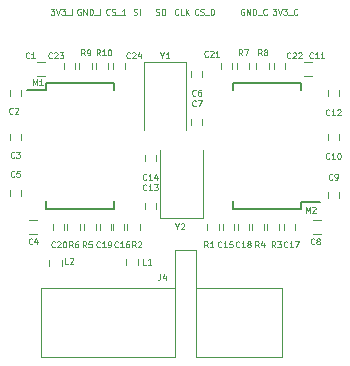
<source format=gto>
G04 #@! TF.GenerationSoftware,KiCad,Pcbnew,(2017-06-19 revision 6733101c6)-makepkg*
G04 #@! TF.CreationDate,2017-10-16T02:16:10+10:30*
G04 #@! TF.ProjectId,din_meter_atm90e26,64696E5F6D657465725F61746D393065,rev?*
G04 #@! TF.SameCoordinates,Original
G04 #@! TF.FileFunction,Legend,Top*
G04 #@! TF.FilePolarity,Positive*
%FSLAX46Y46*%
G04 Gerber Fmt 4.6, Leading zero omitted, Abs format (unit mm)*
G04 Created by KiCad (PCBNEW (2017-06-19 revision 6733101c6)-makepkg) date 10/16/17 02:16:10*
%MOMM*%
%LPD*%
G01*
G04 APERTURE LIST*
%ADD10C,0.100000*%
%ADD11C,0.120000*%
%ADD12C,0.150000*%
%ADD13C,0.125000*%
G04 APERTURE END LIST*
D10*
X135596428Y-59289190D02*
X135905952Y-59289190D01*
X135739285Y-59479666D01*
X135810714Y-59479666D01*
X135858333Y-59503476D01*
X135882142Y-59527285D01*
X135905952Y-59574904D01*
X135905952Y-59693952D01*
X135882142Y-59741571D01*
X135858333Y-59765380D01*
X135810714Y-59789190D01*
X135667857Y-59789190D01*
X135620238Y-59765380D01*
X135596428Y-59741571D01*
X136048809Y-59289190D02*
X136215476Y-59789190D01*
X136382142Y-59289190D01*
X136501190Y-59289190D02*
X136810714Y-59289190D01*
X136644047Y-59479666D01*
X136715476Y-59479666D01*
X136763095Y-59503476D01*
X136786904Y-59527285D01*
X136810714Y-59574904D01*
X136810714Y-59693952D01*
X136786904Y-59741571D01*
X136763095Y-59765380D01*
X136715476Y-59789190D01*
X136572619Y-59789190D01*
X136525000Y-59765380D01*
X136501190Y-59741571D01*
X136905952Y-59836809D02*
X137286904Y-59836809D01*
X137405952Y-59789190D02*
X137405952Y-59289190D01*
X138120523Y-59313000D02*
X138072904Y-59289190D01*
X138001476Y-59289190D01*
X137930047Y-59313000D01*
X137882428Y-59360619D01*
X137858619Y-59408238D01*
X137834809Y-59503476D01*
X137834809Y-59574904D01*
X137858619Y-59670142D01*
X137882428Y-59717761D01*
X137930047Y-59765380D01*
X138001476Y-59789190D01*
X138049095Y-59789190D01*
X138120523Y-59765380D01*
X138144333Y-59741571D01*
X138144333Y-59574904D01*
X138049095Y-59574904D01*
X138358619Y-59789190D02*
X138358619Y-59289190D01*
X138644333Y-59789190D01*
X138644333Y-59289190D01*
X138882428Y-59789190D02*
X138882428Y-59289190D01*
X139001476Y-59289190D01*
X139072904Y-59313000D01*
X139120523Y-59360619D01*
X139144333Y-59408238D01*
X139168142Y-59503476D01*
X139168142Y-59574904D01*
X139144333Y-59670142D01*
X139120523Y-59717761D01*
X139072904Y-59765380D01*
X139001476Y-59789190D01*
X138882428Y-59789190D01*
X139263380Y-59836809D02*
X139644333Y-59836809D01*
X139763380Y-59789190D02*
X139763380Y-59289190D01*
X140585095Y-59741571D02*
X140561285Y-59765380D01*
X140489857Y-59789190D01*
X140442238Y-59789190D01*
X140370809Y-59765380D01*
X140323190Y-59717761D01*
X140299380Y-59670142D01*
X140275571Y-59574904D01*
X140275571Y-59503476D01*
X140299380Y-59408238D01*
X140323190Y-59360619D01*
X140370809Y-59313000D01*
X140442238Y-59289190D01*
X140489857Y-59289190D01*
X140561285Y-59313000D01*
X140585095Y-59336809D01*
X140775571Y-59765380D02*
X140847000Y-59789190D01*
X140966047Y-59789190D01*
X141013666Y-59765380D01*
X141037476Y-59741571D01*
X141061285Y-59693952D01*
X141061285Y-59646333D01*
X141037476Y-59598714D01*
X141013666Y-59574904D01*
X140966047Y-59551095D01*
X140870809Y-59527285D01*
X140823190Y-59503476D01*
X140799380Y-59479666D01*
X140775571Y-59432047D01*
X140775571Y-59384428D01*
X140799380Y-59336809D01*
X140823190Y-59313000D01*
X140870809Y-59289190D01*
X140989857Y-59289190D01*
X141061285Y-59313000D01*
X141156523Y-59836809D02*
X141537476Y-59836809D01*
X141918428Y-59789190D02*
X141632714Y-59789190D01*
X141775571Y-59789190D02*
X141775571Y-59289190D01*
X141727952Y-59360619D01*
X141680333Y-59408238D01*
X141632714Y-59432047D01*
X142613095Y-59765380D02*
X142684523Y-59789190D01*
X142803571Y-59789190D01*
X142851190Y-59765380D01*
X142875000Y-59741571D01*
X142898809Y-59693952D01*
X142898809Y-59646333D01*
X142875000Y-59598714D01*
X142851190Y-59574904D01*
X142803571Y-59551095D01*
X142708333Y-59527285D01*
X142660714Y-59503476D01*
X142636904Y-59479666D01*
X142613095Y-59432047D01*
X142613095Y-59384428D01*
X142636904Y-59336809D01*
X142660714Y-59313000D01*
X142708333Y-59289190D01*
X142827380Y-59289190D01*
X142898809Y-59313000D01*
X143113095Y-59789190D02*
X143113095Y-59289190D01*
X144502238Y-59765380D02*
X144573666Y-59789190D01*
X144692714Y-59789190D01*
X144740333Y-59765380D01*
X144764142Y-59741571D01*
X144787952Y-59693952D01*
X144787952Y-59646333D01*
X144764142Y-59598714D01*
X144740333Y-59574904D01*
X144692714Y-59551095D01*
X144597476Y-59527285D01*
X144549857Y-59503476D01*
X144526047Y-59479666D01*
X144502238Y-59432047D01*
X144502238Y-59384428D01*
X144526047Y-59336809D01*
X144549857Y-59313000D01*
X144597476Y-59289190D01*
X144716523Y-59289190D01*
X144787952Y-59313000D01*
X145097476Y-59289190D02*
X145192714Y-59289190D01*
X145240333Y-59313000D01*
X145287952Y-59360619D01*
X145311761Y-59455857D01*
X145311761Y-59622523D01*
X145287952Y-59717761D01*
X145240333Y-59765380D01*
X145192714Y-59789190D01*
X145097476Y-59789190D01*
X145049857Y-59765380D01*
X145002238Y-59717761D01*
X144978428Y-59622523D01*
X144978428Y-59455857D01*
X145002238Y-59360619D01*
X145049857Y-59313000D01*
X145097476Y-59289190D01*
X146387380Y-59741571D02*
X146363571Y-59765380D01*
X146292142Y-59789190D01*
X146244523Y-59789190D01*
X146173095Y-59765380D01*
X146125476Y-59717761D01*
X146101666Y-59670142D01*
X146077857Y-59574904D01*
X146077857Y-59503476D01*
X146101666Y-59408238D01*
X146125476Y-59360619D01*
X146173095Y-59313000D01*
X146244523Y-59289190D01*
X146292142Y-59289190D01*
X146363571Y-59313000D01*
X146387380Y-59336809D01*
X146839761Y-59789190D02*
X146601666Y-59789190D01*
X146601666Y-59289190D01*
X147006428Y-59789190D02*
X147006428Y-59289190D01*
X147292142Y-59789190D02*
X147077857Y-59503476D01*
X147292142Y-59289190D02*
X147006428Y-59574904D01*
X148078095Y-59741571D02*
X148054285Y-59765380D01*
X147982857Y-59789190D01*
X147935238Y-59789190D01*
X147863809Y-59765380D01*
X147816190Y-59717761D01*
X147792380Y-59670142D01*
X147768571Y-59574904D01*
X147768571Y-59503476D01*
X147792380Y-59408238D01*
X147816190Y-59360619D01*
X147863809Y-59313000D01*
X147935238Y-59289190D01*
X147982857Y-59289190D01*
X148054285Y-59313000D01*
X148078095Y-59336809D01*
X148268571Y-59765380D02*
X148340000Y-59789190D01*
X148459047Y-59789190D01*
X148506666Y-59765380D01*
X148530476Y-59741571D01*
X148554285Y-59693952D01*
X148554285Y-59646333D01*
X148530476Y-59598714D01*
X148506666Y-59574904D01*
X148459047Y-59551095D01*
X148363809Y-59527285D01*
X148316190Y-59503476D01*
X148292380Y-59479666D01*
X148268571Y-59432047D01*
X148268571Y-59384428D01*
X148292380Y-59336809D01*
X148316190Y-59313000D01*
X148363809Y-59289190D01*
X148482857Y-59289190D01*
X148554285Y-59313000D01*
X148649523Y-59836809D02*
X149030476Y-59836809D01*
X149244761Y-59289190D02*
X149292380Y-59289190D01*
X149340000Y-59313000D01*
X149363809Y-59336809D01*
X149387619Y-59384428D01*
X149411428Y-59479666D01*
X149411428Y-59598714D01*
X149387619Y-59693952D01*
X149363809Y-59741571D01*
X149340000Y-59765380D01*
X149292380Y-59789190D01*
X149244761Y-59789190D01*
X149197142Y-59765380D01*
X149173333Y-59741571D01*
X149149523Y-59693952D01*
X149125714Y-59598714D01*
X149125714Y-59479666D01*
X149149523Y-59384428D01*
X149173333Y-59336809D01*
X149197142Y-59313000D01*
X149244761Y-59289190D01*
X151959571Y-59313000D02*
X151911952Y-59289190D01*
X151840523Y-59289190D01*
X151769095Y-59313000D01*
X151721476Y-59360619D01*
X151697666Y-59408238D01*
X151673857Y-59503476D01*
X151673857Y-59574904D01*
X151697666Y-59670142D01*
X151721476Y-59717761D01*
X151769095Y-59765380D01*
X151840523Y-59789190D01*
X151888142Y-59789190D01*
X151959571Y-59765380D01*
X151983380Y-59741571D01*
X151983380Y-59574904D01*
X151888142Y-59574904D01*
X152197666Y-59789190D02*
X152197666Y-59289190D01*
X152483380Y-59789190D01*
X152483380Y-59289190D01*
X152721476Y-59789190D02*
X152721476Y-59289190D01*
X152840523Y-59289190D01*
X152911952Y-59313000D01*
X152959571Y-59360619D01*
X152983380Y-59408238D01*
X153007190Y-59503476D01*
X153007190Y-59574904D01*
X152983380Y-59670142D01*
X152959571Y-59717761D01*
X152911952Y-59765380D01*
X152840523Y-59789190D01*
X152721476Y-59789190D01*
X153102428Y-59836809D02*
X153483380Y-59836809D01*
X153888142Y-59741571D02*
X153864333Y-59765380D01*
X153792904Y-59789190D01*
X153745285Y-59789190D01*
X153673857Y-59765380D01*
X153626238Y-59717761D01*
X153602428Y-59670142D01*
X153578619Y-59574904D01*
X153578619Y-59503476D01*
X153602428Y-59408238D01*
X153626238Y-59360619D01*
X153673857Y-59313000D01*
X153745285Y-59289190D01*
X153792904Y-59289190D01*
X153864333Y-59313000D01*
X153888142Y-59336809D01*
X154388476Y-59289190D02*
X154698000Y-59289190D01*
X154531333Y-59479666D01*
X154602761Y-59479666D01*
X154650380Y-59503476D01*
X154674190Y-59527285D01*
X154698000Y-59574904D01*
X154698000Y-59693952D01*
X154674190Y-59741571D01*
X154650380Y-59765380D01*
X154602761Y-59789190D01*
X154459904Y-59789190D01*
X154412285Y-59765380D01*
X154388476Y-59741571D01*
X154840857Y-59289190D02*
X155007523Y-59789190D01*
X155174190Y-59289190D01*
X155293238Y-59289190D02*
X155602761Y-59289190D01*
X155436095Y-59479666D01*
X155507523Y-59479666D01*
X155555142Y-59503476D01*
X155578952Y-59527285D01*
X155602761Y-59574904D01*
X155602761Y-59693952D01*
X155578952Y-59741571D01*
X155555142Y-59765380D01*
X155507523Y-59789190D01*
X155364666Y-59789190D01*
X155317047Y-59765380D01*
X155293238Y-59741571D01*
X155698000Y-59836809D02*
X156078952Y-59836809D01*
X156483714Y-59741571D02*
X156459904Y-59765380D01*
X156388476Y-59789190D01*
X156340857Y-59789190D01*
X156269428Y-59765380D01*
X156221809Y-59717761D01*
X156198000Y-59670142D01*
X156174190Y-59574904D01*
X156174190Y-59503476D01*
X156198000Y-59408238D01*
X156221809Y-59360619D01*
X156269428Y-59313000D01*
X156340857Y-59289190D01*
X156388476Y-59289190D01*
X156459904Y-59313000D01*
X156483714Y-59336809D01*
D11*
X136547000Y-81080000D02*
X136547000Y-80580000D01*
X135487000Y-80580000D02*
X135487000Y-81080000D01*
X143024000Y-80953000D02*
X143024000Y-80453000D01*
X141964000Y-80453000D02*
X141964000Y-80953000D01*
X154470000Y-63885000D02*
X154470000Y-64385000D01*
X155410000Y-64385000D02*
X155410000Y-63885000D01*
X150965000Y-64385000D02*
X150965000Y-63885000D01*
X150025000Y-63885000D02*
X150025000Y-64385000D01*
X141844000Y-64385000D02*
X141844000Y-63885000D01*
X140904000Y-63885000D02*
X140904000Y-64385000D01*
X136690000Y-63885000D02*
X136690000Y-64385000D01*
X137630000Y-64385000D02*
X137630000Y-63885000D01*
X153013000Y-63885000D02*
X153013000Y-64385000D01*
X154073000Y-64385000D02*
X154073000Y-63885000D01*
X139087000Y-64385000D02*
X139087000Y-63885000D01*
X138027000Y-63885000D02*
X138027000Y-64385000D01*
X151362000Y-63885000D02*
X151362000Y-64385000D01*
X152422000Y-64385000D02*
X152422000Y-63885000D01*
X140484000Y-64385000D02*
X140484000Y-63885000D01*
X139424000Y-63885000D02*
X139424000Y-64385000D01*
X147088000Y-69502000D02*
X147088000Y-63752000D01*
X147088000Y-63752000D02*
X143488000Y-63752000D01*
X143488000Y-63752000D02*
X143488000Y-69502000D01*
X148485000Y-76964000D02*
X148485000Y-71214000D01*
X144885000Y-76964000D02*
X148485000Y-76964000D01*
X144885000Y-71214000D02*
X144885000Y-76964000D01*
X155359000Y-77474000D02*
X155359000Y-77974000D01*
X156299000Y-77974000D02*
X156299000Y-77474000D01*
X152362000Y-77974000D02*
X152362000Y-77474000D01*
X151422000Y-77474000D02*
X151422000Y-77974000D01*
X139738000Y-77474000D02*
X139738000Y-77974000D01*
X140678000Y-77974000D02*
X140678000Y-77474000D01*
X136741000Y-77974000D02*
X136741000Y-77474000D01*
X135801000Y-77474000D02*
X135801000Y-77974000D01*
X153902000Y-77474000D02*
X153902000Y-77974000D01*
X154962000Y-77974000D02*
X154962000Y-77474000D01*
X152632000Y-77474000D02*
X152632000Y-77974000D01*
X153692000Y-77974000D02*
X153692000Y-77474000D01*
X139468000Y-77974000D02*
X139468000Y-77474000D01*
X138408000Y-77474000D02*
X138408000Y-77974000D01*
X137011000Y-77474000D02*
X137011000Y-77974000D01*
X138071000Y-77974000D02*
X138071000Y-77474000D01*
X150152000Y-77474000D02*
X150152000Y-77974000D01*
X151092000Y-77974000D02*
X151092000Y-77474000D01*
X141821000Y-77974000D02*
X141821000Y-77474000D01*
X140881000Y-77474000D02*
X140881000Y-77974000D01*
X149882000Y-77974000D02*
X149882000Y-77474000D01*
X148822000Y-77474000D02*
X148822000Y-77974000D01*
X142091000Y-77474000D02*
X142091000Y-77974000D01*
X143151000Y-77974000D02*
X143151000Y-77474000D01*
X159982000Y-75265000D02*
X159982000Y-74765000D01*
X159042000Y-74765000D02*
X159042000Y-75265000D01*
X159042000Y-69854000D02*
X159042000Y-70354000D01*
X159982000Y-70354000D02*
X159982000Y-69854000D01*
X159982000Y-66671000D02*
X159982000Y-66171000D01*
X159042000Y-66171000D02*
X159042000Y-66671000D01*
X144488000Y-76196000D02*
X144488000Y-75696000D01*
X143548000Y-75696000D02*
X143548000Y-76196000D01*
X144530000Y-72132000D02*
X144530000Y-71632000D01*
X143590000Y-71632000D02*
X143590000Y-72132000D01*
X158465000Y-78324000D02*
X157765000Y-78324000D01*
X157765000Y-77124000D02*
X158465000Y-77124000D01*
X157003000Y-63789000D02*
X157703000Y-63789000D01*
X157703000Y-64989000D02*
X157003000Y-64989000D01*
D12*
X156799000Y-75616000D02*
X158399000Y-75616000D01*
X156799000Y-65541000D02*
X151049000Y-65541000D01*
X156799000Y-76191000D02*
X151049000Y-76191000D01*
X156799000Y-65541000D02*
X156799000Y-66191000D01*
X151049000Y-65541000D02*
X151049000Y-66191000D01*
X151049000Y-76191000D02*
X151049000Y-75541000D01*
X156799000Y-76191000D02*
X156799000Y-75616000D01*
D11*
X148425000Y-69084000D02*
X148425000Y-68584000D01*
X147485000Y-68584000D02*
X147485000Y-69084000D01*
X147485000Y-64520000D02*
X147485000Y-65020000D01*
X148425000Y-65020000D02*
X148425000Y-64520000D01*
X132118000Y-74638000D02*
X132118000Y-75138000D01*
X133058000Y-75138000D02*
X133058000Y-74638000D01*
X133058000Y-70354000D02*
X133058000Y-69854000D01*
X132118000Y-69854000D02*
X132118000Y-70354000D01*
X133058000Y-66671000D02*
X133058000Y-66171000D01*
X132118000Y-66171000D02*
X132118000Y-66671000D01*
X134462000Y-78324000D02*
X133762000Y-78324000D01*
X133762000Y-77124000D02*
X134462000Y-77124000D01*
X134397000Y-63789000D02*
X135097000Y-63789000D01*
X135097000Y-64989000D02*
X134397000Y-64989000D01*
X155208000Y-82923000D02*
X155208000Y-88723000D01*
X147908000Y-82923000D02*
X147908000Y-88723000D01*
X147908000Y-88723000D02*
X155208000Y-88723000D01*
X155208000Y-82923000D02*
X147908000Y-82923000D01*
X134808000Y-88723000D02*
X134808000Y-82923000D01*
X146108000Y-88723000D02*
X134808000Y-88723000D01*
X146108000Y-82923000D02*
X146108000Y-88723000D01*
X134808000Y-82923000D02*
X146108000Y-82923000D01*
X147908000Y-79723000D02*
X147908000Y-82923000D01*
X146108000Y-79723000D02*
X147908000Y-79723000D01*
X146108000Y-82923000D02*
X146108000Y-79723000D01*
D12*
X135174000Y-66116000D02*
X133574000Y-66116000D01*
X135174000Y-76191000D02*
X140924000Y-76191000D01*
X135174000Y-65541000D02*
X140924000Y-65541000D01*
X135174000Y-76191000D02*
X135174000Y-75541000D01*
X140924000Y-76191000D02*
X140924000Y-75541000D01*
X140924000Y-65541000D02*
X140924000Y-66191000D01*
X135174000Y-65541000D02*
X135174000Y-66116000D01*
D13*
X137076666Y-80871190D02*
X136838571Y-80871190D01*
X136838571Y-80371190D01*
X137219523Y-80418809D02*
X137243333Y-80395000D01*
X137290952Y-80371190D01*
X137410000Y-80371190D01*
X137457619Y-80395000D01*
X137481428Y-80418809D01*
X137505238Y-80466428D01*
X137505238Y-80514047D01*
X137481428Y-80585476D01*
X137195714Y-80871190D01*
X137505238Y-80871190D01*
X143680666Y-80929190D02*
X143442571Y-80929190D01*
X143442571Y-80429190D01*
X144109238Y-80929190D02*
X143823523Y-80929190D01*
X143966380Y-80929190D02*
X143966380Y-80429190D01*
X143918761Y-80500619D01*
X143871142Y-80548238D01*
X143823523Y-80572047D01*
X155888571Y-63424571D02*
X155864761Y-63448380D01*
X155793333Y-63472190D01*
X155745714Y-63472190D01*
X155674285Y-63448380D01*
X155626666Y-63400761D01*
X155602857Y-63353142D01*
X155579047Y-63257904D01*
X155579047Y-63186476D01*
X155602857Y-63091238D01*
X155626666Y-63043619D01*
X155674285Y-62996000D01*
X155745714Y-62972190D01*
X155793333Y-62972190D01*
X155864761Y-62996000D01*
X155888571Y-63019809D01*
X156079047Y-63019809D02*
X156102857Y-62996000D01*
X156150476Y-62972190D01*
X156269523Y-62972190D01*
X156317142Y-62996000D01*
X156340952Y-63019809D01*
X156364761Y-63067428D01*
X156364761Y-63115047D01*
X156340952Y-63186476D01*
X156055238Y-63472190D01*
X156364761Y-63472190D01*
X156555238Y-63019809D02*
X156579047Y-62996000D01*
X156626666Y-62972190D01*
X156745714Y-62972190D01*
X156793333Y-62996000D01*
X156817142Y-63019809D01*
X156840952Y-63067428D01*
X156840952Y-63115047D01*
X156817142Y-63186476D01*
X156531428Y-63472190D01*
X156840952Y-63472190D01*
X148903571Y-63297571D02*
X148879761Y-63321380D01*
X148808333Y-63345190D01*
X148760714Y-63345190D01*
X148689285Y-63321380D01*
X148641666Y-63273761D01*
X148617857Y-63226142D01*
X148594047Y-63130904D01*
X148594047Y-63059476D01*
X148617857Y-62964238D01*
X148641666Y-62916619D01*
X148689285Y-62869000D01*
X148760714Y-62845190D01*
X148808333Y-62845190D01*
X148879761Y-62869000D01*
X148903571Y-62892809D01*
X149094047Y-62892809D02*
X149117857Y-62869000D01*
X149165476Y-62845190D01*
X149284523Y-62845190D01*
X149332142Y-62869000D01*
X149355952Y-62892809D01*
X149379761Y-62940428D01*
X149379761Y-62988047D01*
X149355952Y-63059476D01*
X149070238Y-63345190D01*
X149379761Y-63345190D01*
X149855952Y-63345190D02*
X149570238Y-63345190D01*
X149713095Y-63345190D02*
X149713095Y-62845190D01*
X149665476Y-62916619D01*
X149617857Y-62964238D01*
X149570238Y-62988047D01*
X142299447Y-63424571D02*
X142275637Y-63448380D01*
X142204209Y-63472190D01*
X142156590Y-63472190D01*
X142085161Y-63448380D01*
X142037542Y-63400761D01*
X142013733Y-63353142D01*
X141989923Y-63257904D01*
X141989923Y-63186476D01*
X142013733Y-63091238D01*
X142037542Y-63043619D01*
X142085161Y-62996000D01*
X142156590Y-62972190D01*
X142204209Y-62972190D01*
X142275637Y-62996000D01*
X142299447Y-63019809D01*
X142489923Y-63019809D02*
X142513733Y-62996000D01*
X142561352Y-62972190D01*
X142680399Y-62972190D01*
X142728018Y-62996000D01*
X142751828Y-63019809D01*
X142775637Y-63067428D01*
X142775637Y-63115047D01*
X142751828Y-63186476D01*
X142466114Y-63472190D01*
X142775637Y-63472190D01*
X143204209Y-63138857D02*
X143204209Y-63472190D01*
X143085161Y-62948380D02*
X142966114Y-63305523D01*
X143275637Y-63305523D01*
X135695571Y-63424571D02*
X135671761Y-63448380D01*
X135600333Y-63472190D01*
X135552714Y-63472190D01*
X135481285Y-63448380D01*
X135433666Y-63400761D01*
X135409857Y-63353142D01*
X135386047Y-63257904D01*
X135386047Y-63186476D01*
X135409857Y-63091238D01*
X135433666Y-63043619D01*
X135481285Y-62996000D01*
X135552714Y-62972190D01*
X135600333Y-62972190D01*
X135671761Y-62996000D01*
X135695571Y-63019809D01*
X135886047Y-63019809D02*
X135909857Y-62996000D01*
X135957476Y-62972190D01*
X136076523Y-62972190D01*
X136124142Y-62996000D01*
X136147952Y-63019809D01*
X136171761Y-63067428D01*
X136171761Y-63115047D01*
X136147952Y-63186476D01*
X135862238Y-63472190D01*
X136171761Y-63472190D01*
X136338428Y-62972190D02*
X136647952Y-62972190D01*
X136481285Y-63162666D01*
X136552714Y-63162666D01*
X136600333Y-63186476D01*
X136624142Y-63210285D01*
X136647952Y-63257904D01*
X136647952Y-63376952D01*
X136624142Y-63424571D01*
X136600333Y-63448380D01*
X136552714Y-63472190D01*
X136409857Y-63472190D01*
X136362238Y-63448380D01*
X136338428Y-63424571D01*
X153459666Y-63218190D02*
X153293000Y-62980095D01*
X153173952Y-63218190D02*
X153173952Y-62718190D01*
X153364428Y-62718190D01*
X153412047Y-62742000D01*
X153435857Y-62765809D01*
X153459666Y-62813428D01*
X153459666Y-62884857D01*
X153435857Y-62932476D01*
X153412047Y-62956285D01*
X153364428Y-62980095D01*
X153173952Y-62980095D01*
X153745380Y-62932476D02*
X153697761Y-62908666D01*
X153673952Y-62884857D01*
X153650142Y-62837238D01*
X153650142Y-62813428D01*
X153673952Y-62765809D01*
X153697761Y-62742000D01*
X153745380Y-62718190D01*
X153840619Y-62718190D01*
X153888238Y-62742000D01*
X153912047Y-62765809D01*
X153935857Y-62813428D01*
X153935857Y-62837238D01*
X153912047Y-62884857D01*
X153888238Y-62908666D01*
X153840619Y-62932476D01*
X153745380Y-62932476D01*
X153697761Y-62956285D01*
X153673952Y-62980095D01*
X153650142Y-63027714D01*
X153650142Y-63122952D01*
X153673952Y-63170571D01*
X153697761Y-63194380D01*
X153745380Y-63218190D01*
X153840619Y-63218190D01*
X153888238Y-63194380D01*
X153912047Y-63170571D01*
X153935857Y-63122952D01*
X153935857Y-63027714D01*
X153912047Y-62980095D01*
X153888238Y-62956285D01*
X153840619Y-62932476D01*
X138473666Y-63218190D02*
X138307000Y-62980095D01*
X138187952Y-63218190D02*
X138187952Y-62718190D01*
X138378428Y-62718190D01*
X138426047Y-62742000D01*
X138449857Y-62765809D01*
X138473666Y-62813428D01*
X138473666Y-62884857D01*
X138449857Y-62932476D01*
X138426047Y-62956285D01*
X138378428Y-62980095D01*
X138187952Y-62980095D01*
X138711761Y-63218190D02*
X138807000Y-63218190D01*
X138854619Y-63194380D01*
X138878428Y-63170571D01*
X138926047Y-63099142D01*
X138949857Y-63003904D01*
X138949857Y-62813428D01*
X138926047Y-62765809D01*
X138902238Y-62742000D01*
X138854619Y-62718190D01*
X138759380Y-62718190D01*
X138711761Y-62742000D01*
X138687952Y-62765809D01*
X138664142Y-62813428D01*
X138664142Y-62932476D01*
X138687952Y-62980095D01*
X138711761Y-63003904D01*
X138759380Y-63027714D01*
X138854619Y-63027714D01*
X138902238Y-63003904D01*
X138926047Y-62980095D01*
X138949857Y-62932476D01*
X151808666Y-63218190D02*
X151642000Y-62980095D01*
X151522952Y-63218190D02*
X151522952Y-62718190D01*
X151713428Y-62718190D01*
X151761047Y-62742000D01*
X151784857Y-62765809D01*
X151808666Y-62813428D01*
X151808666Y-62884857D01*
X151784857Y-62932476D01*
X151761047Y-62956285D01*
X151713428Y-62980095D01*
X151522952Y-62980095D01*
X151975333Y-62718190D02*
X152308666Y-62718190D01*
X152094380Y-63218190D01*
X139759571Y-63218190D02*
X139592904Y-62980095D01*
X139473857Y-63218190D02*
X139473857Y-62718190D01*
X139664333Y-62718190D01*
X139711952Y-62742000D01*
X139735761Y-62765809D01*
X139759571Y-62813428D01*
X139759571Y-62884857D01*
X139735761Y-62932476D01*
X139711952Y-62956285D01*
X139664333Y-62980095D01*
X139473857Y-62980095D01*
X140235761Y-63218190D02*
X139950047Y-63218190D01*
X140092904Y-63218190D02*
X140092904Y-62718190D01*
X140045285Y-62789619D01*
X139997666Y-62837238D01*
X139950047Y-62861047D01*
X140545285Y-62718190D02*
X140592904Y-62718190D01*
X140640523Y-62742000D01*
X140664333Y-62765809D01*
X140688142Y-62813428D01*
X140711952Y-62908666D01*
X140711952Y-63027714D01*
X140688142Y-63122952D01*
X140664333Y-63170571D01*
X140640523Y-63194380D01*
X140592904Y-63218190D01*
X140545285Y-63218190D01*
X140497666Y-63194380D01*
X140473857Y-63170571D01*
X140450047Y-63122952D01*
X140426238Y-63027714D01*
X140426238Y-62908666D01*
X140450047Y-62813428D01*
X140473857Y-62765809D01*
X140497666Y-62742000D01*
X140545285Y-62718190D01*
X145049904Y-63234095D02*
X145049904Y-63472190D01*
X144883238Y-62972190D02*
X145049904Y-63234095D01*
X145216571Y-62972190D01*
X145645142Y-63472190D02*
X145359428Y-63472190D01*
X145502285Y-63472190D02*
X145502285Y-62972190D01*
X145454666Y-63043619D01*
X145407047Y-63091238D01*
X145359428Y-63115047D01*
X146319904Y-77712095D02*
X146319904Y-77950190D01*
X146153238Y-77450190D02*
X146319904Y-77712095D01*
X146486571Y-77450190D01*
X146629428Y-77497809D02*
X146653238Y-77474000D01*
X146700857Y-77450190D01*
X146819904Y-77450190D01*
X146867523Y-77474000D01*
X146891333Y-77497809D01*
X146915142Y-77545428D01*
X146915142Y-77593047D01*
X146891333Y-77664476D01*
X146605619Y-77950190D01*
X146915142Y-77950190D01*
X155634571Y-79426571D02*
X155610761Y-79450380D01*
X155539333Y-79474190D01*
X155491714Y-79474190D01*
X155420285Y-79450380D01*
X155372666Y-79402761D01*
X155348857Y-79355142D01*
X155325047Y-79259904D01*
X155325047Y-79188476D01*
X155348857Y-79093238D01*
X155372666Y-79045619D01*
X155420285Y-78998000D01*
X155491714Y-78974190D01*
X155539333Y-78974190D01*
X155610761Y-78998000D01*
X155634571Y-79021809D01*
X156110761Y-79474190D02*
X155825047Y-79474190D01*
X155967904Y-79474190D02*
X155967904Y-78974190D01*
X155920285Y-79045619D01*
X155872666Y-79093238D01*
X155825047Y-79117047D01*
X156277428Y-78974190D02*
X156610761Y-78974190D01*
X156396476Y-79474190D01*
X151570571Y-79426571D02*
X151546761Y-79450380D01*
X151475333Y-79474190D01*
X151427714Y-79474190D01*
X151356285Y-79450380D01*
X151308666Y-79402761D01*
X151284857Y-79355142D01*
X151261047Y-79259904D01*
X151261047Y-79188476D01*
X151284857Y-79093238D01*
X151308666Y-79045619D01*
X151356285Y-78998000D01*
X151427714Y-78974190D01*
X151475333Y-78974190D01*
X151546761Y-78998000D01*
X151570571Y-79021809D01*
X152046761Y-79474190D02*
X151761047Y-79474190D01*
X151903904Y-79474190D02*
X151903904Y-78974190D01*
X151856285Y-79045619D01*
X151808666Y-79093238D01*
X151761047Y-79117047D01*
X152332476Y-79188476D02*
X152284857Y-79164666D01*
X152261047Y-79140857D01*
X152237238Y-79093238D01*
X152237238Y-79069428D01*
X152261047Y-79021809D01*
X152284857Y-78998000D01*
X152332476Y-78974190D01*
X152427714Y-78974190D01*
X152475333Y-78998000D01*
X152499142Y-79021809D01*
X152522952Y-79069428D01*
X152522952Y-79093238D01*
X152499142Y-79140857D01*
X152475333Y-79164666D01*
X152427714Y-79188476D01*
X152332476Y-79188476D01*
X152284857Y-79212285D01*
X152261047Y-79236095D01*
X152237238Y-79283714D01*
X152237238Y-79378952D01*
X152261047Y-79426571D01*
X152284857Y-79450380D01*
X152332476Y-79474190D01*
X152427714Y-79474190D01*
X152475333Y-79450380D01*
X152499142Y-79426571D01*
X152522952Y-79378952D01*
X152522952Y-79283714D01*
X152499142Y-79236095D01*
X152475333Y-79212285D01*
X152427714Y-79188476D01*
X139759571Y-79426571D02*
X139735761Y-79450380D01*
X139664333Y-79474190D01*
X139616714Y-79474190D01*
X139545285Y-79450380D01*
X139497666Y-79402761D01*
X139473857Y-79355142D01*
X139450047Y-79259904D01*
X139450047Y-79188476D01*
X139473857Y-79093238D01*
X139497666Y-79045619D01*
X139545285Y-78998000D01*
X139616714Y-78974190D01*
X139664333Y-78974190D01*
X139735761Y-78998000D01*
X139759571Y-79021809D01*
X140235761Y-79474190D02*
X139950047Y-79474190D01*
X140092904Y-79474190D02*
X140092904Y-78974190D01*
X140045285Y-79045619D01*
X139997666Y-79093238D01*
X139950047Y-79117047D01*
X140473857Y-79474190D02*
X140569095Y-79474190D01*
X140616714Y-79450380D01*
X140640523Y-79426571D01*
X140688142Y-79355142D01*
X140711952Y-79259904D01*
X140711952Y-79069428D01*
X140688142Y-79021809D01*
X140664333Y-78998000D01*
X140616714Y-78974190D01*
X140521476Y-78974190D01*
X140473857Y-78998000D01*
X140450047Y-79021809D01*
X140426238Y-79069428D01*
X140426238Y-79188476D01*
X140450047Y-79236095D01*
X140473857Y-79259904D01*
X140521476Y-79283714D01*
X140616714Y-79283714D01*
X140664333Y-79259904D01*
X140688142Y-79236095D01*
X140711952Y-79188476D01*
X135949571Y-79426571D02*
X135925761Y-79450380D01*
X135854333Y-79474190D01*
X135806714Y-79474190D01*
X135735285Y-79450380D01*
X135687666Y-79402761D01*
X135663857Y-79355142D01*
X135640047Y-79259904D01*
X135640047Y-79188476D01*
X135663857Y-79093238D01*
X135687666Y-79045619D01*
X135735285Y-78998000D01*
X135806714Y-78974190D01*
X135854333Y-78974190D01*
X135925761Y-78998000D01*
X135949571Y-79021809D01*
X136140047Y-79021809D02*
X136163857Y-78998000D01*
X136211476Y-78974190D01*
X136330523Y-78974190D01*
X136378142Y-78998000D01*
X136401952Y-79021809D01*
X136425761Y-79069428D01*
X136425761Y-79117047D01*
X136401952Y-79188476D01*
X136116238Y-79474190D01*
X136425761Y-79474190D01*
X136735285Y-78974190D02*
X136782904Y-78974190D01*
X136830523Y-78998000D01*
X136854333Y-79021809D01*
X136878142Y-79069428D01*
X136901952Y-79164666D01*
X136901952Y-79283714D01*
X136878142Y-79378952D01*
X136854333Y-79426571D01*
X136830523Y-79450380D01*
X136782904Y-79474190D01*
X136735285Y-79474190D01*
X136687666Y-79450380D01*
X136663857Y-79426571D01*
X136640047Y-79378952D01*
X136616238Y-79283714D01*
X136616238Y-79164666D01*
X136640047Y-79069428D01*
X136663857Y-79021809D01*
X136687666Y-78998000D01*
X136735285Y-78974190D01*
X154602666Y-79474190D02*
X154436000Y-79236095D01*
X154316952Y-79474190D02*
X154316952Y-78974190D01*
X154507428Y-78974190D01*
X154555047Y-78998000D01*
X154578857Y-79021809D01*
X154602666Y-79069428D01*
X154602666Y-79140857D01*
X154578857Y-79188476D01*
X154555047Y-79212285D01*
X154507428Y-79236095D01*
X154316952Y-79236095D01*
X154769333Y-78974190D02*
X155078857Y-78974190D01*
X154912190Y-79164666D01*
X154983619Y-79164666D01*
X155031238Y-79188476D01*
X155055047Y-79212285D01*
X155078857Y-79259904D01*
X155078857Y-79378952D01*
X155055047Y-79426571D01*
X155031238Y-79450380D01*
X154983619Y-79474190D01*
X154840761Y-79474190D01*
X154793142Y-79450380D01*
X154769333Y-79426571D01*
X153205666Y-79474190D02*
X153039000Y-79236095D01*
X152919952Y-79474190D02*
X152919952Y-78974190D01*
X153110428Y-78974190D01*
X153158047Y-78998000D01*
X153181857Y-79021809D01*
X153205666Y-79069428D01*
X153205666Y-79140857D01*
X153181857Y-79188476D01*
X153158047Y-79212285D01*
X153110428Y-79236095D01*
X152919952Y-79236095D01*
X153634238Y-79140857D02*
X153634238Y-79474190D01*
X153515190Y-78950380D02*
X153396142Y-79307523D01*
X153705666Y-79307523D01*
X138600666Y-79474190D02*
X138434000Y-79236095D01*
X138314952Y-79474190D02*
X138314952Y-78974190D01*
X138505428Y-78974190D01*
X138553047Y-78998000D01*
X138576857Y-79021809D01*
X138600666Y-79069428D01*
X138600666Y-79140857D01*
X138576857Y-79188476D01*
X138553047Y-79212285D01*
X138505428Y-79236095D01*
X138314952Y-79236095D01*
X139053047Y-78974190D02*
X138814952Y-78974190D01*
X138791142Y-79212285D01*
X138814952Y-79188476D01*
X138862571Y-79164666D01*
X138981619Y-79164666D01*
X139029238Y-79188476D01*
X139053047Y-79212285D01*
X139076857Y-79259904D01*
X139076857Y-79378952D01*
X139053047Y-79426571D01*
X139029238Y-79450380D01*
X138981619Y-79474190D01*
X138862571Y-79474190D01*
X138814952Y-79450380D01*
X138791142Y-79426571D01*
X137457666Y-79474190D02*
X137291000Y-79236095D01*
X137171952Y-79474190D02*
X137171952Y-78974190D01*
X137362428Y-78974190D01*
X137410047Y-78998000D01*
X137433857Y-79021809D01*
X137457666Y-79069428D01*
X137457666Y-79140857D01*
X137433857Y-79188476D01*
X137410047Y-79212285D01*
X137362428Y-79236095D01*
X137171952Y-79236095D01*
X137886238Y-78974190D02*
X137791000Y-78974190D01*
X137743380Y-78998000D01*
X137719571Y-79021809D01*
X137671952Y-79093238D01*
X137648142Y-79188476D01*
X137648142Y-79378952D01*
X137671952Y-79426571D01*
X137695761Y-79450380D01*
X137743380Y-79474190D01*
X137838619Y-79474190D01*
X137886238Y-79450380D01*
X137910047Y-79426571D01*
X137933857Y-79378952D01*
X137933857Y-79259904D01*
X137910047Y-79212285D01*
X137886238Y-79188476D01*
X137838619Y-79164666D01*
X137743380Y-79164666D01*
X137695761Y-79188476D01*
X137671952Y-79212285D01*
X137648142Y-79259904D01*
X150046571Y-79426571D02*
X150022761Y-79450380D01*
X149951333Y-79474190D01*
X149903714Y-79474190D01*
X149832285Y-79450380D01*
X149784666Y-79402761D01*
X149760857Y-79355142D01*
X149737047Y-79259904D01*
X149737047Y-79188476D01*
X149760857Y-79093238D01*
X149784666Y-79045619D01*
X149832285Y-78998000D01*
X149903714Y-78974190D01*
X149951333Y-78974190D01*
X150022761Y-78998000D01*
X150046571Y-79021809D01*
X150522761Y-79474190D02*
X150237047Y-79474190D01*
X150379904Y-79474190D02*
X150379904Y-78974190D01*
X150332285Y-79045619D01*
X150284666Y-79093238D01*
X150237047Y-79117047D01*
X150975142Y-78974190D02*
X150737047Y-78974190D01*
X150713238Y-79212285D01*
X150737047Y-79188476D01*
X150784666Y-79164666D01*
X150903714Y-79164666D01*
X150951333Y-79188476D01*
X150975142Y-79212285D01*
X150998952Y-79259904D01*
X150998952Y-79378952D01*
X150975142Y-79426571D01*
X150951333Y-79450380D01*
X150903714Y-79474190D01*
X150784666Y-79474190D01*
X150737047Y-79450380D01*
X150713238Y-79426571D01*
X141283571Y-79426571D02*
X141259761Y-79450380D01*
X141188333Y-79474190D01*
X141140714Y-79474190D01*
X141069285Y-79450380D01*
X141021666Y-79402761D01*
X140997857Y-79355142D01*
X140974047Y-79259904D01*
X140974047Y-79188476D01*
X140997857Y-79093238D01*
X141021666Y-79045619D01*
X141069285Y-78998000D01*
X141140714Y-78974190D01*
X141188333Y-78974190D01*
X141259761Y-78998000D01*
X141283571Y-79021809D01*
X141759761Y-79474190D02*
X141474047Y-79474190D01*
X141616904Y-79474190D02*
X141616904Y-78974190D01*
X141569285Y-79045619D01*
X141521666Y-79093238D01*
X141474047Y-79117047D01*
X142188333Y-78974190D02*
X142093095Y-78974190D01*
X142045476Y-78998000D01*
X142021666Y-79021809D01*
X141974047Y-79093238D01*
X141950238Y-79188476D01*
X141950238Y-79378952D01*
X141974047Y-79426571D01*
X141997857Y-79450380D01*
X142045476Y-79474190D01*
X142140714Y-79474190D01*
X142188333Y-79450380D01*
X142212142Y-79426571D01*
X142235952Y-79378952D01*
X142235952Y-79259904D01*
X142212142Y-79212285D01*
X142188333Y-79188476D01*
X142140714Y-79164666D01*
X142045476Y-79164666D01*
X141997857Y-79188476D01*
X141974047Y-79212285D01*
X141950238Y-79259904D01*
X148887666Y-79474190D02*
X148721000Y-79236095D01*
X148601952Y-79474190D02*
X148601952Y-78974190D01*
X148792428Y-78974190D01*
X148840047Y-78998000D01*
X148863857Y-79021809D01*
X148887666Y-79069428D01*
X148887666Y-79140857D01*
X148863857Y-79188476D01*
X148840047Y-79212285D01*
X148792428Y-79236095D01*
X148601952Y-79236095D01*
X149363857Y-79474190D02*
X149078142Y-79474190D01*
X149221000Y-79474190D02*
X149221000Y-78974190D01*
X149173380Y-79045619D01*
X149125761Y-79093238D01*
X149078142Y-79117047D01*
X142791666Y-79474190D02*
X142625000Y-79236095D01*
X142505952Y-79474190D02*
X142505952Y-78974190D01*
X142696428Y-78974190D01*
X142744047Y-78998000D01*
X142767857Y-79021809D01*
X142791666Y-79069428D01*
X142791666Y-79140857D01*
X142767857Y-79188476D01*
X142744047Y-79212285D01*
X142696428Y-79236095D01*
X142505952Y-79236095D01*
X142982142Y-79021809D02*
X143005952Y-78998000D01*
X143053571Y-78974190D01*
X143172619Y-78974190D01*
X143220238Y-78998000D01*
X143244047Y-79021809D01*
X143267857Y-79069428D01*
X143267857Y-79117047D01*
X143244047Y-79188476D01*
X142958333Y-79474190D01*
X143267857Y-79474190D01*
X159428666Y-73711571D02*
X159404857Y-73735380D01*
X159333428Y-73759190D01*
X159285809Y-73759190D01*
X159214380Y-73735380D01*
X159166761Y-73687761D01*
X159142952Y-73640142D01*
X159119142Y-73544904D01*
X159119142Y-73473476D01*
X159142952Y-73378238D01*
X159166761Y-73330619D01*
X159214380Y-73283000D01*
X159285809Y-73259190D01*
X159333428Y-73259190D01*
X159404857Y-73283000D01*
X159428666Y-73306809D01*
X159666761Y-73759190D02*
X159762000Y-73759190D01*
X159809619Y-73735380D01*
X159833428Y-73711571D01*
X159881047Y-73640142D01*
X159904857Y-73544904D01*
X159904857Y-73354428D01*
X159881047Y-73306809D01*
X159857238Y-73283000D01*
X159809619Y-73259190D01*
X159714380Y-73259190D01*
X159666761Y-73283000D01*
X159642952Y-73306809D01*
X159619142Y-73354428D01*
X159619142Y-73473476D01*
X159642952Y-73521095D01*
X159666761Y-73544904D01*
X159714380Y-73568714D01*
X159809619Y-73568714D01*
X159857238Y-73544904D01*
X159881047Y-73521095D01*
X159904857Y-73473476D01*
X159190571Y-71933571D02*
X159166761Y-71957380D01*
X159095333Y-71981190D01*
X159047714Y-71981190D01*
X158976285Y-71957380D01*
X158928666Y-71909761D01*
X158904857Y-71862142D01*
X158881047Y-71766904D01*
X158881047Y-71695476D01*
X158904857Y-71600238D01*
X158928666Y-71552619D01*
X158976285Y-71505000D01*
X159047714Y-71481190D01*
X159095333Y-71481190D01*
X159166761Y-71505000D01*
X159190571Y-71528809D01*
X159666761Y-71981190D02*
X159381047Y-71981190D01*
X159523904Y-71981190D02*
X159523904Y-71481190D01*
X159476285Y-71552619D01*
X159428666Y-71600238D01*
X159381047Y-71624047D01*
X159976285Y-71481190D02*
X160023904Y-71481190D01*
X160071523Y-71505000D01*
X160095333Y-71528809D01*
X160119142Y-71576428D01*
X160142952Y-71671666D01*
X160142952Y-71790714D01*
X160119142Y-71885952D01*
X160095333Y-71933571D01*
X160071523Y-71957380D01*
X160023904Y-71981190D01*
X159976285Y-71981190D01*
X159928666Y-71957380D01*
X159904857Y-71933571D01*
X159881047Y-71885952D01*
X159857238Y-71790714D01*
X159857238Y-71671666D01*
X159881047Y-71576428D01*
X159904857Y-71528809D01*
X159928666Y-71505000D01*
X159976285Y-71481190D01*
X159190571Y-68250571D02*
X159166761Y-68274380D01*
X159095333Y-68298190D01*
X159047714Y-68298190D01*
X158976285Y-68274380D01*
X158928666Y-68226761D01*
X158904857Y-68179142D01*
X158881047Y-68083904D01*
X158881047Y-68012476D01*
X158904857Y-67917238D01*
X158928666Y-67869619D01*
X158976285Y-67822000D01*
X159047714Y-67798190D01*
X159095333Y-67798190D01*
X159166761Y-67822000D01*
X159190571Y-67845809D01*
X159666761Y-68298190D02*
X159381047Y-68298190D01*
X159523904Y-68298190D02*
X159523904Y-67798190D01*
X159476285Y-67869619D01*
X159428666Y-67917238D01*
X159381047Y-67941047D01*
X159857238Y-67845809D02*
X159881047Y-67822000D01*
X159928666Y-67798190D01*
X160047714Y-67798190D01*
X160095333Y-67822000D01*
X160119142Y-67845809D01*
X160142952Y-67893428D01*
X160142952Y-67941047D01*
X160119142Y-68012476D01*
X159833428Y-68298190D01*
X160142952Y-68298190D01*
X143696571Y-74600571D02*
X143672761Y-74624380D01*
X143601333Y-74648190D01*
X143553714Y-74648190D01*
X143482285Y-74624380D01*
X143434666Y-74576761D01*
X143410857Y-74529142D01*
X143387047Y-74433904D01*
X143387047Y-74362476D01*
X143410857Y-74267238D01*
X143434666Y-74219619D01*
X143482285Y-74172000D01*
X143553714Y-74148190D01*
X143601333Y-74148190D01*
X143672761Y-74172000D01*
X143696571Y-74195809D01*
X144172761Y-74648190D02*
X143887047Y-74648190D01*
X144029904Y-74648190D02*
X144029904Y-74148190D01*
X143982285Y-74219619D01*
X143934666Y-74267238D01*
X143887047Y-74291047D01*
X144339428Y-74148190D02*
X144648952Y-74148190D01*
X144482285Y-74338666D01*
X144553714Y-74338666D01*
X144601333Y-74362476D01*
X144625142Y-74386285D01*
X144648952Y-74433904D01*
X144648952Y-74552952D01*
X144625142Y-74600571D01*
X144601333Y-74624380D01*
X144553714Y-74648190D01*
X144410857Y-74648190D01*
X144363238Y-74624380D01*
X144339428Y-74600571D01*
X143696571Y-73711571D02*
X143672761Y-73735380D01*
X143601333Y-73759190D01*
X143553714Y-73759190D01*
X143482285Y-73735380D01*
X143434666Y-73687761D01*
X143410857Y-73640142D01*
X143387047Y-73544904D01*
X143387047Y-73473476D01*
X143410857Y-73378238D01*
X143434666Y-73330619D01*
X143482285Y-73283000D01*
X143553714Y-73259190D01*
X143601333Y-73259190D01*
X143672761Y-73283000D01*
X143696571Y-73306809D01*
X144172761Y-73759190D02*
X143887047Y-73759190D01*
X144029904Y-73759190D02*
X144029904Y-73259190D01*
X143982285Y-73330619D01*
X143934666Y-73378238D01*
X143887047Y-73402047D01*
X144601333Y-73425857D02*
X144601333Y-73759190D01*
X144482285Y-73235380D02*
X144363238Y-73592523D01*
X144672761Y-73592523D01*
X157904666Y-79172571D02*
X157880857Y-79196380D01*
X157809428Y-79220190D01*
X157761809Y-79220190D01*
X157690380Y-79196380D01*
X157642761Y-79148761D01*
X157618952Y-79101142D01*
X157595142Y-79005904D01*
X157595142Y-78934476D01*
X157618952Y-78839238D01*
X157642761Y-78791619D01*
X157690380Y-78744000D01*
X157761809Y-78720190D01*
X157809428Y-78720190D01*
X157880857Y-78744000D01*
X157904666Y-78767809D01*
X158190380Y-78934476D02*
X158142761Y-78910666D01*
X158118952Y-78886857D01*
X158095142Y-78839238D01*
X158095142Y-78815428D01*
X158118952Y-78767809D01*
X158142761Y-78744000D01*
X158190380Y-78720190D01*
X158285619Y-78720190D01*
X158333238Y-78744000D01*
X158357047Y-78767809D01*
X158380857Y-78815428D01*
X158380857Y-78839238D01*
X158357047Y-78886857D01*
X158333238Y-78910666D01*
X158285619Y-78934476D01*
X158190380Y-78934476D01*
X158142761Y-78958285D01*
X158118952Y-78982095D01*
X158095142Y-79029714D01*
X158095142Y-79124952D01*
X158118952Y-79172571D01*
X158142761Y-79196380D01*
X158190380Y-79220190D01*
X158285619Y-79220190D01*
X158333238Y-79196380D01*
X158357047Y-79172571D01*
X158380857Y-79124952D01*
X158380857Y-79029714D01*
X158357047Y-78982095D01*
X158333238Y-78958285D01*
X158285619Y-78934476D01*
X157793571Y-63424571D02*
X157769761Y-63448380D01*
X157698333Y-63472190D01*
X157650714Y-63472190D01*
X157579285Y-63448380D01*
X157531666Y-63400761D01*
X157507857Y-63353142D01*
X157484047Y-63257904D01*
X157484047Y-63186476D01*
X157507857Y-63091238D01*
X157531666Y-63043619D01*
X157579285Y-62996000D01*
X157650714Y-62972190D01*
X157698333Y-62972190D01*
X157769761Y-62996000D01*
X157793571Y-63019809D01*
X158269761Y-63472190D02*
X157984047Y-63472190D01*
X158126904Y-63472190D02*
X158126904Y-62972190D01*
X158079285Y-63043619D01*
X158031666Y-63091238D01*
X157984047Y-63115047D01*
X158745952Y-63472190D02*
X158460238Y-63472190D01*
X158603095Y-63472190D02*
X158603095Y-62972190D01*
X158555476Y-63043619D01*
X158507857Y-63091238D01*
X158460238Y-63115047D01*
X157202238Y-76553190D02*
X157202238Y-76053190D01*
X157368904Y-76410333D01*
X157535571Y-76053190D01*
X157535571Y-76553190D01*
X157749857Y-76100809D02*
X157773666Y-76077000D01*
X157821285Y-76053190D01*
X157940333Y-76053190D01*
X157987952Y-76077000D01*
X158011761Y-76100809D01*
X158035571Y-76148428D01*
X158035571Y-76196047D01*
X158011761Y-76267476D01*
X157726047Y-76553190D01*
X158035571Y-76553190D01*
X147871666Y-67488571D02*
X147847857Y-67512380D01*
X147776428Y-67536190D01*
X147728809Y-67536190D01*
X147657380Y-67512380D01*
X147609761Y-67464761D01*
X147585952Y-67417142D01*
X147562142Y-67321904D01*
X147562142Y-67250476D01*
X147585952Y-67155238D01*
X147609761Y-67107619D01*
X147657380Y-67060000D01*
X147728809Y-67036190D01*
X147776428Y-67036190D01*
X147847857Y-67060000D01*
X147871666Y-67083809D01*
X148038333Y-67036190D02*
X148371666Y-67036190D01*
X148157380Y-67536190D01*
X147871666Y-66599571D02*
X147847857Y-66623380D01*
X147776428Y-66647190D01*
X147728809Y-66647190D01*
X147657380Y-66623380D01*
X147609761Y-66575761D01*
X147585952Y-66528142D01*
X147562142Y-66432904D01*
X147562142Y-66361476D01*
X147585952Y-66266238D01*
X147609761Y-66218619D01*
X147657380Y-66171000D01*
X147728809Y-66147190D01*
X147776428Y-66147190D01*
X147847857Y-66171000D01*
X147871666Y-66194809D01*
X148300238Y-66147190D02*
X148205000Y-66147190D01*
X148157380Y-66171000D01*
X148133571Y-66194809D01*
X148085952Y-66266238D01*
X148062142Y-66361476D01*
X148062142Y-66551952D01*
X148085952Y-66599571D01*
X148109761Y-66623380D01*
X148157380Y-66647190D01*
X148252619Y-66647190D01*
X148300238Y-66623380D01*
X148324047Y-66599571D01*
X148347857Y-66551952D01*
X148347857Y-66432904D01*
X148324047Y-66385285D01*
X148300238Y-66361476D01*
X148252619Y-66337666D01*
X148157380Y-66337666D01*
X148109761Y-66361476D01*
X148085952Y-66385285D01*
X148062142Y-66432904D01*
X132504666Y-73457571D02*
X132480857Y-73481380D01*
X132409428Y-73505190D01*
X132361809Y-73505190D01*
X132290380Y-73481380D01*
X132242761Y-73433761D01*
X132218952Y-73386142D01*
X132195142Y-73290904D01*
X132195142Y-73219476D01*
X132218952Y-73124238D01*
X132242761Y-73076619D01*
X132290380Y-73029000D01*
X132361809Y-73005190D01*
X132409428Y-73005190D01*
X132480857Y-73029000D01*
X132504666Y-73052809D01*
X132957047Y-73005190D02*
X132718952Y-73005190D01*
X132695142Y-73243285D01*
X132718952Y-73219476D01*
X132766571Y-73195666D01*
X132885619Y-73195666D01*
X132933238Y-73219476D01*
X132957047Y-73243285D01*
X132980857Y-73290904D01*
X132980857Y-73409952D01*
X132957047Y-73457571D01*
X132933238Y-73481380D01*
X132885619Y-73505190D01*
X132766571Y-73505190D01*
X132718952Y-73481380D01*
X132695142Y-73457571D01*
X132504666Y-71848571D02*
X132480857Y-71872380D01*
X132409428Y-71896190D01*
X132361809Y-71896190D01*
X132290380Y-71872380D01*
X132242761Y-71824761D01*
X132218952Y-71777142D01*
X132195142Y-71681904D01*
X132195142Y-71610476D01*
X132218952Y-71515238D01*
X132242761Y-71467619D01*
X132290380Y-71420000D01*
X132361809Y-71396190D01*
X132409428Y-71396190D01*
X132480857Y-71420000D01*
X132504666Y-71443809D01*
X132671333Y-71396190D02*
X132980857Y-71396190D01*
X132814190Y-71586666D01*
X132885619Y-71586666D01*
X132933238Y-71610476D01*
X132957047Y-71634285D01*
X132980857Y-71681904D01*
X132980857Y-71800952D01*
X132957047Y-71848571D01*
X132933238Y-71872380D01*
X132885619Y-71896190D01*
X132742761Y-71896190D01*
X132695142Y-71872380D01*
X132671333Y-71848571D01*
X132377666Y-68123571D02*
X132353857Y-68147380D01*
X132282428Y-68171190D01*
X132234809Y-68171190D01*
X132163380Y-68147380D01*
X132115761Y-68099761D01*
X132091952Y-68052142D01*
X132068142Y-67956904D01*
X132068142Y-67885476D01*
X132091952Y-67790238D01*
X132115761Y-67742619D01*
X132163380Y-67695000D01*
X132234809Y-67671190D01*
X132282428Y-67671190D01*
X132353857Y-67695000D01*
X132377666Y-67718809D01*
X132568142Y-67718809D02*
X132591952Y-67695000D01*
X132639571Y-67671190D01*
X132758619Y-67671190D01*
X132806238Y-67695000D01*
X132830047Y-67718809D01*
X132853857Y-67766428D01*
X132853857Y-67814047D01*
X132830047Y-67885476D01*
X132544333Y-68171190D01*
X132853857Y-68171190D01*
X134028666Y-79172571D02*
X134004857Y-79196380D01*
X133933428Y-79220190D01*
X133885809Y-79220190D01*
X133814380Y-79196380D01*
X133766761Y-79148761D01*
X133742952Y-79101142D01*
X133719142Y-79005904D01*
X133719142Y-78934476D01*
X133742952Y-78839238D01*
X133766761Y-78791619D01*
X133814380Y-78744000D01*
X133885809Y-78720190D01*
X133933428Y-78720190D01*
X134004857Y-78744000D01*
X134028666Y-78767809D01*
X134457238Y-78886857D02*
X134457238Y-79220190D01*
X134338190Y-78696380D02*
X134219142Y-79053523D01*
X134528666Y-79053523D01*
X133774666Y-63424571D02*
X133750857Y-63448380D01*
X133679428Y-63472190D01*
X133631809Y-63472190D01*
X133560380Y-63448380D01*
X133512761Y-63400761D01*
X133488952Y-63353142D01*
X133465142Y-63257904D01*
X133465142Y-63186476D01*
X133488952Y-63091238D01*
X133512761Y-63043619D01*
X133560380Y-62996000D01*
X133631809Y-62972190D01*
X133679428Y-62972190D01*
X133750857Y-62996000D01*
X133774666Y-63019809D01*
X134250857Y-63472190D02*
X133965142Y-63472190D01*
X134108000Y-63472190D02*
X134108000Y-62972190D01*
X134060380Y-63043619D01*
X134012761Y-63091238D01*
X133965142Y-63115047D01*
X144867332Y-81768189D02*
X144867332Y-82125332D01*
X144843522Y-82196760D01*
X144795903Y-82244379D01*
X144724475Y-82268189D01*
X144676856Y-82268189D01*
X145319713Y-81934856D02*
X145319713Y-82268189D01*
X145200665Y-81744379D02*
X145081618Y-82101522D01*
X145391141Y-82101522D01*
X134088238Y-65758190D02*
X134088238Y-65258190D01*
X134254904Y-65615333D01*
X134421571Y-65258190D01*
X134421571Y-65758190D01*
X134921571Y-65758190D02*
X134635857Y-65758190D01*
X134778714Y-65758190D02*
X134778714Y-65258190D01*
X134731095Y-65329619D01*
X134683476Y-65377238D01*
X134635857Y-65401047D01*
M02*

</source>
